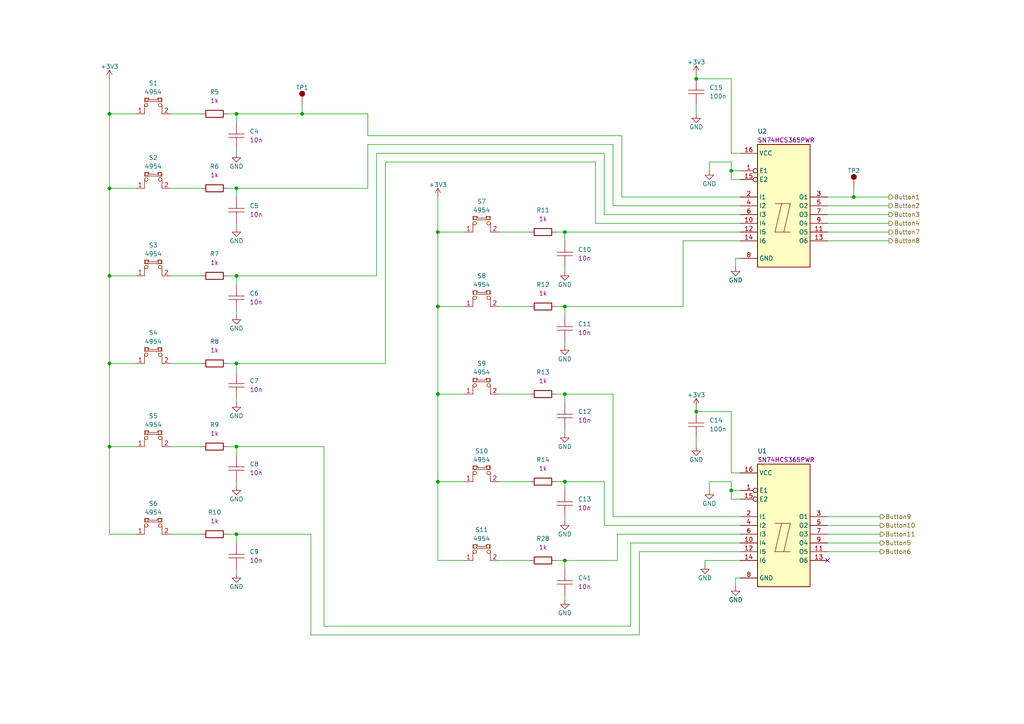
<source format=kicad_sch>
(kicad_sch (version 20230121) (generator eeschema)
  (paper "A4")
  (title_block (title "Programmable Keyboard") (date "2023-10-19") (rev "1.0") (company "Kallio Designs Oy") (comment 1 "TL, NH") (comment 3 "PCB_PN"))
  (lib_symbols
    (symbol "KD_Capacitor:C_0603_100n_X7R_50V" (pin_numbers hide) (pin_names hide)
      (property "Reference" "C" (at 2.54 1.27 0))
      (property "Value" "100n" (at 2.54 -1.27 0))
      (symbol "C_0603_100n_X7R_50V_0_1"
        (polyline (pts (xy -2.286 -0.508) (xy 2.286 -0.508)))
        (polyline (pts (xy -2.286 0.508) (xy 2.286 0.508)))
        (polyline (pts (xy 0 -0.508) (xy 0 -1.016)))
        (polyline (pts (xy 0 0.508) (xy 0 1.016)))
      )
      (symbol "C_0603_100n_X7R_50V_1_1"
        (pin passive line (at 0 3.81 270) (length 2.794) (name "~") (number "1"))
        (pin passive line (at 0 -3.81 90) (length 2.794) (name "~") (number "2"))
      )
    )
    (symbol "KD_Capacitor:C_0603_10n_X7R_100V" (pin_numbers hide) (pin_names hide)
      (property "Reference" "C" (at 2.54 1.27 0))
      (property "Code" "10n" (at 2.54 -1.27 0))
      (symbol "C_0603_10n_X7R_100V_0_1"
        (polyline (pts (xy -2.286 -0.508) (xy 2.286 -0.508)))
        (polyline (pts (xy -2.286 0.508) (xy 2.286 0.508)))
        (polyline (pts (xy 0 -0.508) (xy 0 -1.016)))
        (polyline (pts (xy 0 0.508) (xy 0 1.016)))
      )
      (symbol "C_0603_10n_X7R_100V_1_1"
        (pin passive line (at 0 3.81 270) (length 2.794) (name "~") (number "1"))
        (pin passive line (at 0 -3.81 90) (length 2.794) (name "~") (number "2"))
      )
    )
    (symbol "KD_Connector_Pads:TestPoint_2.5mm_H0.9" (pin_numbers hide) (pin_names hide)
      (property "Reference" "TP" (at 0 5.08 0))
      (symbol "TestPoint_2.5mm_H0.9_0_1"
        (circle (center 0 3.302) (radius 0.762) (fill (type outline)))
      )
      (symbol "TestPoint_2.5mm_H0.9_1_1"
        (pin passive line (at 0 0 90) (length 2.54) (name "1") (number "1"))
      )
    )
    (symbol "KD_IC_Buffer_Driver_Interface:Schmitt_6CH_SN74HCS365PWR"
      (property "Reference" "U" (at 5.08 6.35 0))
      (property "Code" "SN74HCS365PWR" (at 5.08 3.81 0))
      (symbol "Schmitt_6CH_SN74HCS365PWR_0_1"
        (polyline (pts (xy 10.16 -22.86) (xy 14.605 -22.86)))
        (polyline (pts (xy 10.16 -14.605) (xy 14.605 -14.605)))
        (polyline (pts (xy 12.065 -14.605) (xy 10.16 -22.86)))
        (polyline (pts (xy 14.605 -14.605) (xy 12.7 -22.86)))
      )
      (symbol "Schmitt_6CH_SN74HCS365PWR_1_0"
        (pin input inverted (at 0 -5.08 0) (length 5.08) (name "E1") (number "1"))
        (pin input line (at 0 -20.32 0) (length 5.08) (name "I4") (number "10"))
        (pin tri_state line (at 25.4 -22.86 180) (length 5.08) (name "O5") (number "11"))
        (pin input line (at 0 -22.86 0) (length 5.08) (name "I5") (number "12"))
        (pin tri_state line (at 25.4 -25.4 180) (length 5.08) (name "O6") (number "13"))
        (pin input line (at 0 -25.4 0) (length 5.08) (name "I6") (number "14"))
        (pin input inverted (at 0 -7.62 0) (length 5.08) (name "E2") (number "15"))
        (pin power_in line (at 0 0 0) (length 5.08) (name "VCC") (number "16"))
        (pin input line (at 0 -12.7 0) (length 5.08) (name "I1") (number "2"))
        (pin tri_state line (at 25.4 -12.7 180) (length 5.08) (name "O1") (number "3"))
        (pin input line (at 0 -15.24 0) (length 5.08) (name "I2") (number "4"))
        (pin tri_state line (at 25.4 -15.24 180) (length 5.08) (name "O2") (number "5"))
        (pin input line (at 0 -17.78 0) (length 5.08) (name "I3") (number "6"))
        (pin tri_state line (at 25.4 -17.78 180) (length 5.08) (name "O3") (number "7"))
        (pin power_in line (at 0 -30.48 0) (length 5.08) (name "GND") (number "8"))
        (pin tri_state line (at 25.4 -20.32 180) (length 5.08) (name "O4") (number "9"))
      )
      (symbol "Schmitt_6CH_SN74HCS365PWR_1_1"
        (rectangle (start 5.08 2.54) (end 20.32 -33.02) (stroke (width 0.254)) (fill (type background)))
      )
    )
    (symbol "KD_Resistor:R_0603_1k_1%" (pin_numbers hide) (pin_names hide)
      (property "Reference" "R" (at 1.905 1.27 0))
      (property "Code" "1k" (at 1.905 -1.27 0))
      (symbol "R_0603_1k_1%_0_1"
        (rectangle (start -1.016 -2.54) (end 1.016 2.54) (stroke (width 0.254)))
      )
      (symbol "R_0603_1k_1%_1_1"
        (pin passive line (at 0 3.81 270) (length 1.27) (name "~") (number "1"))
        (pin passive line (at 0 -3.81 90) (length 1.27) (name "~") (number "2"))
      )
    )
    (symbol "KD_Switch:Button_keyboard_socket_Adafruit_4958" (pin_names hide)
      (property "Reference" "S" (at 0 3.81 0))
      (property "Value" "4954" (at 0 -5.08 0))
      (symbol "Button_keyboard_socket_Adafruit_4958_0_1"
        (polyline (pts (xy -2.54 -2.54) (xy -2.54 0)))
        (polyline (pts (xy -2.54 1.016) (xy 2.54 1.016)))
        (polyline (pts (xy 2.54 0) (xy 2.54 -2.54)))
        (polyline (pts (xy -2.54 1.016) (xy -2.54 2.032) (xy -1.27 2.032) (xy -1.27 1.524) (xy 0 1.524)))
        (polyline (pts (xy 2.54 1.016) (xy 2.54 2.032) (xy 1.27 2.032) (xy 1.27 1.524) (xy 0 1.524)))
      )
      (symbol "Button_keyboard_socket_Adafruit_4958_1_1"
        (rectangle (start -2.286 2.032) (end -1.524 1.016) (fill (type background)))
        (circle (center -2.032 0) (radius 0.508) (fill (type background)))
        (rectangle (start 1.524 2.032) (end 2.286 1.016) (fill (type background)))
        (circle (center 2.032 0) (radius 0.508) (fill (type background)))
        (pin passive line (at -5.08 -2.54 0) (length 2.54) (name "1") (number "1"))
        (pin passive line (at 5.08 -2.54 180) (length 2.54) (name "2") (number "2"))
      )
    )
    (symbol "power:+3V3" (power) (pin_names (offset 0))
      (property "Value" "+3V3" (at 0 3.556 0))
      (symbol "+3V3_0_1"
        (polyline (pts (xy -0.762 1.27) (xy 0 2.54)))
        (polyline (pts (xy 0 0) (xy 0 2.54)))
        (polyline (pts (xy 0 2.54) (xy 0.762 1.27)))
      )
      (symbol "+3V3_1_1"
        (pin power_in line (at 0 0 90) (length 0) hide (name "+3V3") (number "1"))
      )
    )
    (symbol "power:GND" (power) (pin_names (offset 0))
      (property "Value" "GND" (at 0 -3.81 0))
      (symbol "GND_0_1"
        (polyline (pts (xy 0 0) (xy 0 -1.27) (xy 1.27 -1.27) (xy 0 -2.54) (xy -1.27 -1.27) (xy 0 -1.27)))
      )
      (symbol "GND_1_1"
        (pin power_in line (at 0 0 270) (length 0) hide (name "GND") (number "1"))
      )
    )
  )
  (junction (at 127 67.31))
  (junction (at 68.58 33.02))
  (junction (at 201.93 119.38))
  (junction (at 127 139.7))
  (junction (at 68.58 80.01))
  (junction (at 87.63 33.02))
  (junction (at 163.83 139.7))
  (junction (at 31.75 33.02))
  (junction (at 68.58 105.41))
  (junction (at 212.09 49.53))
  (junction (at 163.83 114.3))
  (junction (at 212.09 142.24))
  (junction (at 31.75 80.01))
  (junction (at 68.58 154.94))
  (junction (at 68.58 129.54))
  (junction (at 163.83 67.31))
  (junction (at 247.65 57.15))
  (junction (at 68.58 54.61))
  (junction (at 201.93 22.86))
  (junction (at 127 88.9))
  (junction (at 163.83 88.9))
  (junction (at 31.75 129.54))
  (junction (at 163.83 162.56))
  (junction (at 31.75 105.41))
  (junction (at 127 114.3))
  (junction (at 31.75 54.61))
  (no_connect (at 240.03 162.56))
  (wire (pts (xy 31.75 105.41) (xy 39.37 105.41)))
  (wire (pts (xy 163.83 125.73) (xy 163.83 124.46)))
  (wire (pts (xy 68.58 140.97) (xy 68.58 139.7)))
  (wire (pts (xy 31.75 54.61) (xy 39.37 54.61)))
  (wire (pts (xy 68.58 116.84) (xy 68.58 115.57)))
  (wire (pts (xy 127 57.15) (xy 127 67.31)))
  (wire (pts (xy 93.98 181.61) (xy 182.88 181.61)))
  (wire (pts (xy 185.42 184.15) (xy 90.17 184.15)))
  (wire (pts (xy 127 162.56) (xy 134.62 162.56)))
  (wire (pts (xy 66.04 54.61) (xy 68.58 54.61)))
  (wire (pts (xy 177.8 149.86) (xy 214.63 149.86)))
  (wire (pts (xy 198.12 69.85) (xy 214.63 69.85)))
  (wire (pts (xy 49.53 154.94) (xy 58.42 154.94)))
  (wire (pts (xy 68.58 33.02) (xy 87.63 33.02)))
  (wire (pts (xy 163.83 114.3) (xy 163.83 116.84)))
  (wire (pts (xy 163.83 151.13) (xy 163.83 149.86)))
  (wire (pts (xy 179.07 154.94) (xy 179.07 162.56)))
  (wire (pts (xy 163.83 162.56) (xy 179.07 162.56)))
  (wire (pts (xy 201.93 118.11) (xy 201.93 119.38)))
  (wire (pts (xy 68.58 91.44) (xy 68.58 90.17)))
  (wire (pts (xy 212.09 144.78) (xy 212.09 142.24)))
  (wire (pts (xy 109.22 44.45) (xy 109.22 80.01)))
  (wire (pts (xy 31.75 129.54) (xy 39.37 129.54)))
  (wire (pts (xy 214.63 52.07) (xy 212.09 52.07)))
  (wire (pts (xy 212.09 119.38) (xy 212.09 137.16)))
  (wire (pts (xy 240.03 152.4) (xy 255.27 152.4)))
  (wire (pts (xy 240.03 160.02) (xy 255.27 160.02)))
  (wire (pts (xy 163.83 139.7) (xy 163.83 142.24)))
  (wire (pts (xy 49.53 129.54) (xy 58.42 129.54)))
  (wire (pts (xy 144.78 139.7) (xy 153.67 139.7)))
  (wire (pts (xy 177.8 41.91) (xy 177.8 59.69)))
  (wire (pts (xy 240.03 62.23) (xy 257.81 62.23)))
  (wire (pts (xy 68.58 54.61) (xy 68.58 57.15)))
  (wire (pts (xy 106.68 54.61) (xy 68.58 54.61)))
  (wire (pts (xy 161.29 88.9) (xy 163.83 88.9)))
  (wire (pts (xy 31.75 80.01) (xy 31.75 105.41)))
  (wire (pts (xy 68.58 66.04) (xy 68.58 64.77)))
  (wire (pts (xy 93.98 129.54) (xy 93.98 181.61)))
  (wire (pts (xy 68.58 80.01) (xy 68.58 82.55)))
  (wire (pts (xy 66.04 33.02) (xy 68.58 33.02)))
  (wire (pts (xy 87.63 33.02) (xy 106.68 33.02)))
  (wire (pts (xy 212.09 49.53) (xy 212.09 46.99)))
  (wire (pts (xy 161.29 114.3) (xy 163.83 114.3)))
  (wire (pts (xy 31.75 33.02) (xy 39.37 33.02)))
  (wire (pts (xy 163.83 162.56) (xy 163.83 165.1)))
  (wire (pts (xy 213.36 167.64) (xy 213.36 170.18)))
  (wire (pts (xy 240.03 59.69) (xy 257.81 59.69)))
  (wire (pts (xy 66.04 80.01) (xy 68.58 80.01)))
  (wire (pts (xy 172.72 46.99) (xy 172.72 64.77)))
  (wire (pts (xy 177.8 114.3) (xy 177.8 149.86)))
  (wire (pts (xy 127 88.9) (xy 127 114.3)))
  (wire (pts (xy 111.76 105.41) (xy 68.58 105.41)))
  (wire (pts (xy 180.34 39.37) (xy 180.34 57.15)))
  (wire (pts (xy 212.09 142.24) (xy 214.63 142.24)))
  (wire (pts (xy 127 139.7) (xy 134.62 139.7)))
  (wire (pts (xy 66.04 154.94) (xy 68.58 154.94)))
  (wire (pts (xy 212.09 137.16) (xy 214.63 137.16)))
  (wire (pts (xy 212.09 46.99) (xy 205.74 46.99)))
  (wire (pts (xy 212.09 44.45) (xy 214.63 44.45)))
  (wire (pts (xy 68.58 166.37) (xy 68.58 165.1)))
  (wire (pts (xy 240.03 149.86) (xy 255.27 149.86)))
  (wire (pts (xy 127 67.31) (xy 127 88.9)))
  (wire (pts (xy 127 88.9) (xy 134.62 88.9)))
  (wire (pts (xy 68.58 129.54) (xy 68.58 132.08)))
  (wire (pts (xy 68.58 129.54) (xy 93.98 129.54)))
  (wire (pts (xy 214.63 59.69) (xy 177.8 59.69)))
  (wire (pts (xy 175.26 139.7) (xy 163.83 139.7)))
  (wire (pts (xy 106.68 33.02) (xy 106.68 39.37)))
  (wire (pts (xy 144.78 67.31) (xy 153.67 67.31)))
  (wire (pts (xy 185.42 160.02) (xy 214.63 160.02)))
  (wire (pts (xy 214.63 167.64) (xy 213.36 167.64)))
  (wire (pts (xy 172.72 64.77) (xy 214.63 64.77)))
  (wire (pts (xy 68.58 33.02) (xy 68.58 35.56)))
  (wire (pts (xy 49.53 80.01) (xy 58.42 80.01)))
  (wire (pts (xy 201.93 21.59) (xy 201.93 22.86)))
  (wire (pts (xy 214.63 62.23) (xy 175.26 62.23)))
  (wire (pts (xy 179.07 154.94) (xy 214.63 154.94)))
  (wire (pts (xy 175.26 44.45) (xy 175.26 62.23)))
  (wire (pts (xy 163.83 88.9) (xy 198.12 88.9)))
  (wire (pts (xy 201.93 119.38) (xy 212.09 119.38)))
  (wire (pts (xy 90.17 184.15) (xy 90.17 154.94)))
  (wire (pts (xy 247.65 57.15) (xy 257.81 57.15)))
  (wire (pts (xy 68.58 44.45) (xy 68.58 43.18)))
  (wire (pts (xy 212.09 139.7) (xy 205.74 139.7)))
  (wire (pts (xy 205.74 46.99) (xy 205.74 49.53)))
  (wire (pts (xy 163.83 67.31) (xy 163.83 69.85)))
  (wire (pts (xy 185.42 160.02) (xy 185.42 184.15)))
  (wire (pts (xy 240.03 69.85) (xy 257.81 69.85)))
  (wire (pts (xy 214.63 162.56) (xy 204.47 162.56)))
  (wire (pts (xy 31.75 22.86) (xy 31.75 33.02)))
  (wire (pts (xy 161.29 67.31) (xy 163.83 67.31)))
  (wire (pts (xy 240.03 64.77) (xy 257.81 64.77)))
  (wire (pts (xy 66.04 105.41) (xy 68.58 105.41)))
  (wire (pts (xy 201.93 22.86) (xy 212.09 22.86)))
  (wire (pts (xy 127 67.31) (xy 134.62 67.31)))
  (wire (pts (xy 212.09 52.07) (xy 212.09 49.53)))
  (wire (pts (xy 111.76 46.99) (xy 172.72 46.99)))
  (wire (pts (xy 201.93 129.54) (xy 201.93 127)))
  (wire (pts (xy 161.29 139.7) (xy 163.83 139.7)))
  (wire (pts (xy 163.83 114.3) (xy 177.8 114.3)))
  (wire (pts (xy 213.36 74.93) (xy 213.36 77.47)))
  (wire (pts (xy 87.63 30.48) (xy 87.63 33.02)))
  (wire (pts (xy 163.83 88.9) (xy 163.83 91.44)))
  (wire (pts (xy 240.03 154.94) (xy 255.27 154.94)))
  (wire (pts (xy 240.03 157.48) (xy 255.27 157.48)))
  (wire (pts (xy 161.29 162.56) (xy 163.83 162.56)))
  (wire (pts (xy 106.68 39.37) (xy 180.34 39.37)))
  (wire (pts (xy 90.17 154.94) (xy 68.58 154.94)))
  (wire (pts (xy 204.47 162.56) (xy 204.47 163.83)))
  (wire (pts (xy 177.8 41.91) (xy 106.68 41.91)))
  (wire (pts (xy 127 114.3) (xy 134.62 114.3)))
  (wire (pts (xy 31.75 129.54) (xy 31.75 154.94)))
  (wire (pts (xy 214.63 57.15) (xy 180.34 57.15)))
  (wire (pts (xy 201.93 33.02) (xy 201.93 30.48)))
  (wire (pts (xy 212.09 22.86) (xy 212.09 44.45)))
  (wire (pts (xy 106.68 41.91) (xy 106.68 54.61)))
  (wire (pts (xy 205.74 139.7) (xy 205.74 142.24)))
  (wire (pts (xy 109.22 44.45) (xy 175.26 44.45)))
  (wire (pts (xy 31.75 54.61) (xy 31.75 80.01)))
  (wire (pts (xy 175.26 152.4) (xy 214.63 152.4)))
  (wire (pts (xy 175.26 152.4) (xy 175.26 139.7)))
  (wire (pts (xy 68.58 105.41) (xy 68.58 107.95)))
  (wire (pts (xy 66.04 129.54) (xy 68.58 129.54)))
  (wire (pts (xy 31.75 105.41) (xy 31.75 129.54)))
  (wire (pts (xy 127 114.3) (xy 127 139.7)))
  (wire (pts (xy 31.75 154.94) (xy 39.37 154.94)))
  (wire (pts (xy 163.83 100.33) (xy 163.83 99.06)))
  (wire (pts (xy 49.53 105.41) (xy 58.42 105.41)))
  (wire (pts (xy 198.12 88.9) (xy 198.12 69.85)))
  (wire (pts (xy 49.53 54.61) (xy 58.42 54.61)))
  (wire (pts (xy 49.53 33.02) (xy 58.42 33.02)))
  (wire (pts (xy 182.88 157.48) (xy 214.63 157.48)))
  (wire (pts (xy 68.58 154.94) (xy 68.58 157.48)))
  (wire (pts (xy 214.63 74.93) (xy 213.36 74.93)))
  (wire (pts (xy 163.83 67.31) (xy 214.63 67.31)))
  (wire (pts (xy 247.65 54.61) (xy 247.65 57.15)))
  (wire (pts (xy 163.83 78.74) (xy 163.83 77.47)))
  (wire (pts (xy 68.58 80.01) (xy 109.22 80.01)))
  (wire (pts (xy 31.75 80.01) (xy 39.37 80.01)))
  (wire (pts (xy 144.78 114.3) (xy 153.67 114.3)))
  (wire (pts (xy 163.83 173.99) (xy 163.83 172.72)))
  (wire (pts (xy 31.75 33.02) (xy 31.75 54.61)))
  (wire (pts (xy 212.09 49.53) (xy 214.63 49.53)))
  (wire (pts (xy 111.76 46.99) (xy 111.76 105.41)))
  (wire (pts (xy 240.03 67.31) (xy 257.81 67.31)))
  (wire (pts (xy 212.09 142.24) (xy 212.09 139.7)))
  (wire (pts (xy 144.78 162.56) (xy 153.67 162.56)))
  (wire (pts (xy 214.63 144.78) (xy 212.09 144.78)))
  (wire (pts (xy 182.88 181.61) (xy 182.88 157.48)))
  (wire (pts (xy 144.78 88.9) (xy 153.67 88.9)))
  (wire (pts (xy 127 139.7) (xy 127 162.56)))
  (wire (pts (xy 240.03 57.15) (xy 247.65 57.15)))
  (hierarchical_label "Button11" (shape output) (at 255.27 154.94 0))
  (hierarchical_label "Button1" (shape output) (at 257.81 57.15 0))
  (hierarchical_label "Button4" (shape output) (at 257.81 64.77 0))
  (hierarchical_label "Button3" (shape output) (at 257.81 62.23 0))
  (hierarchical_label "Button8" (shape output) (at 257.81 69.85 0))
  (hierarchical_label "Button7" (shape output) (at 257.81 67.31 0))
  (hierarchical_label "Button5" (shape output) (at 255.27 157.48 0))
  (hierarchical_label "Button6" (shape output) (at 255.27 160.02 0))
  (hierarchical_label "Button10" (shape output) (at 255.27 152.4 0))
  (hierarchical_label "Button2" (shape output) (at 257.81 59.69 0))
  (hierarchical_label "Button9" (shape output) (at 255.27 149.86 0))
  (symbol (lib_id "KD_Switch:Button_keyboard_socket_Adafruit_4958") (at 139.7 64.77 0) (unit 1)
    (property "Reference" "S7" (at 139.7 58.42 0))
    (property "Value" "4954" (at 139.7 60.96 0))
    (property "Footprint" "KD_Switch:SWITCH_BUTTON_Kailh_mx_socket" (effects hide))
    (property "Datasheet" "https://cdn-shop.adafruit.com/product-files/4954/4954_CPG1511F01S03-BOX_Brown.pdf" (effects hide))
    (property "Manufacturer" "Adafruit" (effects hide))
    (property "MFG_PartNo" "4954" (effects hide))
    (property "Supplier" "Digi-Key" (effects hide))
    (property "Supplier_PartNo" "1528-4954-ND" (effects hide))
    (property "DNP" "F" (effects hide))
    (property "Price" "0.5" (effects hide))
  )
  (symbol (lib_id "KD_Capacitor:C_0603_10n_X7R_100V") (at 68.58 111.76 0) (unit 1)
    (property "Reference" "C7" (at 72.39 110.49 0) (effects (justify left)))
    (property "Value" "10n" (effects hide))
    (property "Footprint" "KD_Capacitor:CAPC1608X90N" (effects hide))
    (property "Datasheet" "datasheet" (effects hide))
    (property "Code" "10n" (at 72.39 113.03 0) (effects (justify left)))
    (property "Manufacturer" "TDK Corporation" (effects hide))
    (property "MFG_PartNo" "C1608X7R2A103K080AA" (effects hide))
    (property "Supplier" "Digi-Key" (effects hide))
    (property "Supplier_PartNo" "445-1304-1-ND" (effects hide))
    (property "DNP" "F" (effects hide))
    (property "Price" "0.05" (effects hide))
  )
  (symbol (lib_id "power:+3V3") (at 31.75 22.86 0) (unit 1)
    (property "Reference" "#PWR060" (effects hide))
    (property "Value" "+3V3" (at 31.75 19.304 0))
    (instances (project "TPCOT" (path "" (reference "#PWR060") (unit 1))) (project "000018 PGKB" (path "" (reference "#PWR08") (unit 1))))
  )
  (symbol (lib_id "KD_Resistor:R_0603_1k_1%") (at 157.48 162.56 90) (unit 1)
    (property "Reference" "R28" (at 157.48 156.21 90))
    (property "Value" "1k" (effects hide))
    (property "Footprint" "KD_Resistor:RESC1608X55N" (effects hide))
    (property "Datasheet" "https://www.seielect.com/Catalog/SEI-RMCF_RMCP.pdf" (effects hide))
    (property "Code" "1k" (at 157.48 158.75 90))
    (property "Manufacturer" "Stackpole Electronics Inc" (effects hide))
    (property "MFG_PartNo" "RMCF0603JT1K00" (effects hide))
    (property "Supplier" "Digi-Key" (effects hide))
    (property "Supplier_PartNo" "RMCF0603JT1K00CT-ND" (effects hide))
    (property "DNP" "F" (effects hide))
    (property "Price" "0.01" (effects hide))
  )
  (symbol (lib_id "KD_Capacitor:C_0603_100n_X7R_50V") (at 201.93 26.67 0) (unit 1)
    (property "Reference" "C15" (at 205.74 25.4 0) (effects (justify left)))
    (property "Value" "100n" (at 205.74 27.94 0) (effects (justify left)))
    (property "Footprint" "KD_Capacitor:CAPC1608X90N" (effects hide))
    (property "Datasheet" "https://mm.digikey.com/Volume0/opasdata/d220001/medias/docus/658/CL10B104KB8NNWC_Spec.pdf" (effects hide))
    (property "Manufacturer" "Samsung" (effects hide))
    (property "MFG_PartNo" "CL10B104KB8NNWC" (effects hide))
    (property "Supplier" "Digi-Key" (effects hide))
    (property "Supplier_PartNo" "1276-1935-1-ND" (effects hide))
    (property "DNP" "F" (effects hide))
    (property "Price" "0.01" (effects hide))
  )
  (symbol (lib_id "KD_Capacitor:C_0603_10n_X7R_100V") (at 163.83 146.05 0) (unit 1)
    (property "Reference" "C13" (at 167.64 144.78 0) (effects (justify left)))
    (property "Value" "10n" (effects hide))
    (property "Footprint" "KD_Capacitor:CAPC1608X90N" (effects hide))
    (property "Datasheet" "datasheet" (effects hide))
    (property "Code" "10n" (at 167.64 147.32 0) (effects (justify left)))
    (property "Manufacturer" "TDK Corporation" (effects hide))
    (property "MFG_PartNo" "C1608X7R2A103K080AA" (effects hide))
    (property "Supplier" "Digi-Key" (effects hide))
    (property "Supplier_PartNo" "445-1304-1-ND" (effects hide))
    (property "DNP" "F" (effects hide))
    (property "Price" "0.05" (effects hide))
  )
  (symbol (lib_id "KD_Resistor:R_0603_1k_1%") (at 62.23 105.41 90) (unit 1)
    (property "Reference" "R8" (at 62.23 99.06 90))
    (property "Value" "1k" (effects hide))
    (property "Footprint" "KD_Resistor:RESC1608X55N" (effects hide))
    (property "Datasheet" "https://www.seielect.com/Catalog/SEI-RMCF_RMCP.pdf" (effects hide))
    (property "Code" "1k" (at 62.23 101.6 90))
    (property "Manufacturer" "Stackpole Electronics Inc" (effects hide))
    (property "MFG_PartNo" "RMCF0603JT1K00" (effects hide))
    (property "Supplier" "Digi-Key" (effects hide))
    (property "Supplier_PartNo" "RMCF0603JT1K00CT-ND" (effects hide))
    (property "DNP" "F" (effects hide))
    (property "Price" "0.01" (effects hide))
  )
  (symbol (lib_id "KD_Capacitor:C_0603_10n_X7R_100V") (at 68.58 86.36 0) (unit 1)
    (property "Reference" "C6" (at 72.39 85.09 0) (effects (justify left)))
    (property "Value" "10n" (effects hide))
    (property "Footprint" "KD_Capacitor:CAPC1608X90N" (effects hide))
    (property "Datasheet" "datasheet" (effects hide))
    (property "Code" "10n" (at 72.39 87.63 0) (effects (justify left)))
    (property "Manufacturer" "TDK Corporation" (effects hide))
    (property "MFG_PartNo" "C1608X7R2A103K080AA" (effects hide))
    (property "Supplier" "Digi-Key" (effects hide))
    (property "Supplier_PartNo" "445-1304-1-ND" (effects hide))
    (property "DNP" "F" (effects hide))
    (property "Price" "0.05" (effects hide))
  )
  (symbol (lib_id "power:GND") (at 68.58 44.45 0) (unit 1)
    (property "Reference" "#PWR09" (effects hide))
    (property "Value" "GND" (at 68.58 48.26 0))
  )
  (symbol (lib_id "KD_Switch:Button_keyboard_socket_Adafruit_4958") (at 44.45 102.87 0) (unit 1)
    (property "Reference" "S4" (at 44.45 96.52 0))
    (property "Value" "4954" (at 44.45 99.06 0))
    (property "Footprint" "KD_Switch:SWITCH_BUTTON_Kailh_mx_socket" (effects hide))
    (property "Datasheet" "https://cdn-shop.adafruit.com/product-files/4954/4954_CPG1511F01S03-BOX_Brown.pdf" (effects hide))
    (property "Manufacturer" "Adafruit" (effects hide))
    (property "MFG_PartNo" "4954" (effects hide))
    (property "Supplier" "Digi-Key" (effects hide))
    (property "Supplier_PartNo" "1528-4954-ND" (effects hide))
    (property "DNP" "F" (effects hide))
    (property "Price" "0.5" (effects hide))
  )
  (symbol (lib_id "KD_Capacitor:C_0603_10n_X7R_100V") (at 68.58 135.89 0) (unit 1)
    (property "Reference" "C8" (at 72.39 134.62 0) (effects (justify left)))
    (property "Value" "10n" (effects hide))
    (property "Footprint" "KD_Capacitor:CAPC1608X90N" (effects hide))
    (property "Datasheet" "datasheet" (effects hide))
    (property "Code" "10n" (at 72.39 137.16 0) (effects (justify left)))
    (property "Manufacturer" "TDK Corporation" (effects hide))
    (property "MFG_PartNo" "C1608X7R2A103K080AA" (effects hide))
    (property "Supplier" "Digi-Key" (effects hide))
    (property "Supplier_PartNo" "445-1304-1-ND" (effects hide))
    (property "DNP" "F" (effects hide))
    (property "Price" "0.05" (effects hide))
  )
  (symbol (lib_id "KD_Resistor:R_0603_1k_1%") (at 62.23 33.02 90) (unit 1)
    (property "Reference" "R5" (at 62.23 26.67 90))
    (property "Value" "1k" (effects hide))
    (property "Footprint" "KD_Resistor:RESC1608X55N" (effects hide))
    (property "Datasheet" "https://www.seielect.com/Catalog/SEI-RMCF_RMCP.pdf" (effects hide))
    (property "Code" "1k" (at 62.23 29.21 90))
    (property "Manufacturer" "Stackpole Electronics Inc" (effects hide))
    (property "MFG_PartNo" "RMCF0603JT1K00" (effects hide))
    (property "Supplier" "Digi-Key" (effects hide))
    (property "Supplier_PartNo" "RMCF0603JT1K00CT-ND" (effects hide))
    (property "DNP" "F" (effects hide))
    (property "Price" "0.01" (effects hide))
  )
  (symbol (lib_id "KD_IC_Buffer_Driver_Interface:Schmitt_6CH_SN74HCS365PWR") (at 214.63 137.16 0) (unit 1)
    (property "Reference" "U1" (at 219.71 130.81 0) (effects (justify left)))
    (property "Value" "SN74HCS365PWR" (effects hide))
    (property "Footprint" "KD_Package_SO:SOP65P600X150-16N" (effects hide))
    (property "Datasheet" "https://www.ti.com/lit/ds/symlink/sn74hcs365.pdf" (effects hide))
    (property "Code" "SN74HCS365PWR" (at 219.71 133.35 0) (effects (justify left)))
    (property "Manufacturer" "Texas Instruments" (effects hide))
    (property "MFG_PartNo" "SN74HCS365PWR" (effects hide))
    (property "Supplier" "Digi-Key" (effects hide))
    (property "Supplier_PartNo" "296-SN74HCS365PWRCT-ND" (effects hide))
    (property "DNP" "F" (effects hide))
    (property "Price" "0.4" (effects hide))
  )
  (symbol (lib_id "power:GND") (at 201.93 129.54 0) (unit 1)
    (property "Reference" "#PWR021" (effects hide))
    (property "Value" "GND" (at 201.93 133.35 0))
  )
  (symbol (lib_id "KD_Switch:Button_keyboard_socket_Adafruit_4958") (at 44.45 77.47 0) (unit 1)
    (property "Reference" "S3" (at 44.45 71.12 0))
    (property "Value" "4954" (at 44.45 73.66 0))
    (property "Footprint" "KD_Switch:SWITCH_BUTTON_Kailh_mx_socket" (effects hide))
    (property "Datasheet" "https://cdn-shop.adafruit.com/product-files/4954/4954_CPG1511F01S03-BOX_Brown.pdf" (effects hide))
    (property "Manufacturer" "Adafruit" (effects hide))
    (property "MFG_PartNo" "4954" (effects hide))
    (property "Supplier" "Digi-Key" (effects hide))
    (property "Supplier_PartNo" "1528-4954-ND" (effects hide))
    (property "DNP" "F" (effects hide))
    (property "Price" "0.5" (effects hide))
  )
  (symbol (lib_id "KD_Switch:Button_keyboard_socket_Adafruit_4958") (at 44.45 152.4 0) (unit 1)
    (property "Reference" "S6" (at 44.45 146.05 0))
    (property "Value" "4954" (at 44.45 148.59 0))
    (property "Footprint" "KD_Switch:SWITCH_BUTTON_Kailh_mx_socket" (effects hide))
    (property "Datasheet" "https://cdn-shop.adafruit.com/product-files/4954/4954_CPG1511F01S03-BOX_Brown.pdf" (effects hide))
    (property "Manufacturer" "Adafruit" (effects hide))
    (property "MFG_PartNo" "4954" (effects hide))
    (property "Supplier" "Digi-Key" (effects hide))
    (property "Supplier_PartNo" "1528-4954-ND" (effects hide))
    (property "DNP" "F" (effects hide))
    (property "Price" "0.5" (effects hide))
  )
  (symbol (lib_id "power:GND") (at 163.83 151.13 0) (unit 1)
    (property "Reference" "#PWR019" (effects hide))
    (property "Value" "GND" (at 163.83 154.94 0))
  )
  (symbol (lib_id "KD_Switch:Button_keyboard_socket_Adafruit_4958") (at 139.7 160.02 0) (unit 1)
    (property "Reference" "S11" (at 139.7 153.67 0))
    (property "Value" "4954" (at 139.7 156.21 0))
    (property "Footprint" "KD_Switch:SWITCH_BUTTON_Kailh_mx_socket" (effects hide))
    (property "Datasheet" "https://cdn-shop.adafruit.com/product-files/4954/4954_CPG1511F01S03-BOX_Brown.pdf" (effects hide))
    (property "Manufacturer" "Adafruit" (effects hide))
    (property "MFG_PartNo" "4954" (effects hide))
    (property "Supplier" "Digi-Key" (effects hide))
    (property "Supplier_PartNo" "1528-4954-ND" (effects hide))
    (property "DNP" "F" (effects hide))
    (property "Price" "0.5" (effects hide))
  )
  (symbol (lib_id "power:+3V3") (at 127 57.15 0) (unit 1)
    (property "Reference" "#PWR060" (effects hide))
    (property "Value" "+3V3" (at 127 53.594 0))
    (instances (project "TPCOT" (path "" (reference "#PWR060") (unit 1))) (project "000018 PGKB" (path "" (reference "#PWR015") (unit 1))))
  )
  (symbol (lib_id "power:GND") (at 68.58 66.04 0) (unit 1)
    (property "Reference" "#PWR010" (effects hide))
    (property "Value" "GND" (at 68.58 69.85 0))
  )
  (symbol (lib_id "KD_Capacitor:C_0603_10n_X7R_100V") (at 68.58 60.96 0) (unit 1)
    (property "Reference" "C5" (at 72.39 59.69 0) (effects (justify left)))
    (property "Value" "10n" (effects hide))
    (property "Footprint" "KD_Capacitor:CAPC1608X90N" (effects hide))
    (property "Datasheet" "datasheet" (effects hide))
    (property "Code" "10n" (at 72.39 62.23 0) (effects (justify left)))
    (property "Manufacturer" "TDK Corporation" (effects hide))
    (property "MFG_PartNo" "C1608X7R2A103K080AA" (effects hide))
    (property "Supplier" "Digi-Key" (effects hide))
    (property "Supplier_PartNo" "445-1304-1-ND" (effects hide))
    (property "DNP" "F" (effects hide))
    (property "Price" "0.05" (effects hide))
  )
  (symbol (lib_id "KD_Resistor:R_0603_1k_1%") (at 62.23 154.94 90) (unit 1)
    (property "Reference" "R10" (at 62.23 148.59 90))
    (property "Value" "1k" (effects hide))
    (property "Footprint" "KD_Resistor:RESC1608X55N" (effects hide))
    (property "Datasheet" "https://www.seielect.com/Catalog/SEI-RMCF_RMCP.pdf" (effects hide))
    (property "Code" "1k" (at 62.23 151.13 90))
    (property "Manufacturer" "Stackpole Electronics Inc" (effects hide))
    (property "MFG_PartNo" "RMCF0603JT1K00" (effects hide))
    (property "Supplier" "Digi-Key" (effects hide))
    (property "Supplier_PartNo" "RMCF0603JT1K00CT-ND" (effects hide))
    (property "DNP" "F" (effects hide))
    (property "Price" "0.01" (effects hide))
  )
  (symbol (lib_id "power:GND") (at 163.83 78.74 0) (unit 1)
    (property "Reference" "#PWR016" (effects hide))
    (property "Value" "GND" (at 163.83 82.55 0))
  )
  (symbol (lib_id "KD_Capacitor:C_0603_10n_X7R_100V") (at 163.83 73.66 0) (unit 1)
    (property "Reference" "C10" (at 167.64 72.39 0) (effects (justify left)))
    (property "Value" "10n" (effects hide))
    (property "Footprint" "KD_Capacitor:CAPC1608X90N" (effects hide))
    (property "Datasheet" "datasheet" (effects hide))
    (property "Code" "10n" (at 167.64 74.93 0) (effects (justify left)))
    (property "Manufacturer" "TDK Corporation" (effects hide))
    (property "MFG_PartNo" "C1608X7R2A103K080AA" (effects hide))
    (property "Supplier" "Digi-Key" (effects hide))
    (property "Supplier_PartNo" "445-1304-1-ND" (effects hide))
    (property "DNP" "F" (effects hide))
    (property "Price" "0.05" (effects hide))
  )
  (symbol (lib_id "KD_Connector_Pads:TestPoint_2.5mm_H0.9") (at 87.63 30.48 0) (unit 1)
    (property "Reference" "TP1" (at 87.63 25.4 0))
    (property "Value" "TP D2.5 mm H0.9mm" (effects hide))
    (property "Footprint" "KD_Connector_Pads:TestPoint_Pad_D2.5mm_H0.9mm" (effects hide))
    (property "Datasheet" "DNP" (effects hide))
    (property "Code" "DNP" (effects hide))
    (property "Manufacturer" "DNP" (effects hide))
    (property "MFG_PartNo" "DNP" (effects hide))
    (property "Supplier" "DNP" (effects hide))
    (property "Supplier_PartNo" "DNP" (effects hide))
    (property "DNP" "T" (effects hide))
    (property "Price" "0.00" (effects hide))
  )
  (symbol (lib_id "power:+3V3") (at 201.93 21.59 0) (unit 1)
    (property "Reference" "#PWR060" (effects hide))
    (property "Value" "+3V3" (at 201.93 18.034 0))
    (instances (project "TPCOT" (path "" (reference "#PWR060") (unit 1))) (project "000018 PGKB" (path "" (reference "#PWR022") (unit 1))))
  )
  (symbol (lib_id "KD_Capacitor:C_0603_10n_X7R_100V") (at 163.83 95.25 0) (unit 1)
    (property "Reference" "C11" (at 167.64 93.98 0) (effects (justify left)))
    (property "Value" "10n" (effects hide))
    (property "Footprint" "KD_Capacitor:CAPC1608X90N" (effects hide))
    (property "Datasheet" "datasheet" (effects hide))
    (property "Code" "10n" (at 167.64 96.52 0) (effects (justify left)))
    (property "Manufacturer" "TDK Corporation" (effects hide))
    (property "MFG_PartNo" "C1608X7R2A103K080AA" (effects hide))
    (property "Supplier" "Digi-Key" (effects hide))
    (property "Supplier_PartNo" "445-1304-1-ND" (effects hide))
    (property "DNP" "F" (effects hide))
    (property "Price" "0.05" (effects hide))
  )
  (symbol (lib_id "KD_Capacitor:C_0603_10n_X7R_100V") (at 163.83 120.65 0) (unit 1)
    (property "Reference" "C12" (at 167.64 119.38 0) (effects (justify left)))
    (property "Value" "10n" (effects hide))
    (property "Footprint" "KD_Capacitor:CAPC1608X90N" (effects hide))
    (property "Datasheet" "datasheet" (effects hide))
    (property "Code" "10n" (at 167.64 121.92 0) (effects (justify left)))
    (property "Manufacturer" "TDK Corporation" (effects hide))
    (property "MFG_PartNo" "C1608X7R2A103K080AA" (effects hide))
    (property "Supplier" "Digi-Key" (effects hide))
    (property "Supplier_PartNo" "445-1304-1-ND" (effects hide))
    (property "DNP" "F" (effects hide))
    (property "Price" "0.05" (effects hide))
  )
  (symbol (lib_id "KD_Connector_Pads:TestPoint_2.5mm_H0.9") (at 247.65 54.61 0) (unit 1)
    (property "Reference" "TP2" (at 247.65 49.53 0))
    (property "Value" "TP D2.5 mm H0.9mm" (effects hide))
    (property "Footprint" "KD_Connector_Pads:TestPoint_Pad_D2.5mm_H0.9mm" (effects hide))
    (property "Datasheet" "DNP" (effects hide))
    (property "Code" "DNP" (effects hide))
    (property "Manufacturer" "DNP" (effects hide))
    (property "MFG_PartNo" "DNP" (effects hide))
    (property "Supplier" "DNP" (effects hide))
    (property "Supplier_PartNo" "DNP" (effects hide))
    (property "DNP" "T" (effects hide))
    (property "Price" "0.00" (effects hide))
  )
  (symbol (lib_id "KD_Resistor:R_0603_1k_1%") (at 62.23 129.54 90) (unit 1)
    (property "Reference" "R9" (at 62.23 123.19 90))
    (property "Value" "1k" (effects hide))
    (property "Footprint" "KD_Resistor:RESC1608X55N" (effects hide))
    (property "Datasheet" "https://www.seielect.com/Catalog/SEI-RMCF_RMCP.pdf" (effects hide))
    (property "Code" "1k" (at 62.23 125.73 90))
    (property "Manufacturer" "Stackpole Electronics Inc" (effects hide))
    (property "MFG_PartNo" "RMCF0603JT1K00" (effects hide))
    (property "Supplier" "Digi-Key" (effects hide))
    (property "Supplier_PartNo" "RMCF0603JT1K00CT-ND" (effects hide))
    (property "DNP" "F" (effects hide))
    (property "Price" "0.01" (effects hide))
  )
  (symbol (lib_id "power:GND") (at 205.74 142.24 0) (unit 1)
    (property "Reference" "#PWR025" (effects hide))
    (property "Value" "GND" (at 205.74 146.05 0))
  )
  (symbol (lib_id "power:GND") (at 68.58 116.84 0) (unit 1)
    (property "Reference" "#PWR012" (effects hide))
    (property "Value" "GND" (at 68.58 120.65 0))
  )
  (symbol (lib_id "power:GND") (at 163.83 125.73 0) (unit 1)
    (property "Reference" "#PWR018" (effects hide))
    (property "Value" "GND" (at 163.83 129.54 0))
  )
  (symbol (lib_id "KD_Resistor:R_0603_1k_1%") (at 62.23 54.61 90) (unit 1)
    (property "Reference" "R6" (at 62.23 48.26 90))
    (property "Value" "1k" (effects hide))
    (property "Footprint" "KD_Resistor:RESC1608X55N" (effects hide))
    (property "Datasheet" "https://www.seielect.com/Catalog/SEI-RMCF_RMCP.pdf" (effects hide))
    (property "Code" "1k" (at 62.23 50.8 90))
    (property "Manufacturer" "Stackpole Electronics Inc" (effects hide))
    (property "MFG_PartNo" "RMCF0603JT1K00" (effects hide))
    (property "Supplier" "Digi-Key" (effects hide))
    (property "Supplier_PartNo" "RMCF0603JT1K00CT-ND" (effects hide))
    (property "DNP" "F" (effects hide))
    (property "Price" "0.01" (effects hide))
  )
  (symbol (lib_id "KD_Switch:Button_keyboard_socket_Adafruit_4958") (at 44.45 30.48 0) (unit 1)
    (property "Reference" "S1" (at 44.45 24.13 0))
    (property "Value" "4954" (at 44.45 26.67 0))
    (property "Footprint" "KD_Switch:SWITCH_BUTTON_Kailh_mx_socket" (effects hide))
    (property "Datasheet" "https://cdn-shop.adafruit.com/product-files/4954/4954_CPG1511F01S03-BOX_Brown.pdf" (effects hide))
    (property "Manufacturer" "Adafruit" (effects hide))
    (property "MFG_PartNo" "4954" (effects hide))
    (property "Supplier" "Digi-Key" (effects hide))
    (property "Supplier_PartNo" "1528-4954-ND" (effects hide))
    (property "DNP" "F" (effects hide))
    (property "Price" "0.5" (effects hide))
  )
  (symbol (lib_id "power:+3V3") (at 201.93 118.11 0) (unit 1)
    (property "Reference" "#PWR060" (effects hide))
    (property "Value" "+3V3" (at 201.93 114.554 0))
    (instances (project "TPCOT" (path "" (reference "#PWR060") (unit 1))) (project "000018 PGKB" (path "" (reference "#PWR020") (unit 1))))
  )
  (symbol (lib_id "power:GND") (at 205.74 49.53 0) (unit 1)
    (property "Reference" "#PWR026" (effects hide))
    (property "Value" "GND" (at 205.74 53.34 0))
  )
  (symbol (lib_id "KD_Resistor:R_0603_1k_1%") (at 62.23 80.01 90) (unit 1)
    (property "Reference" "R7" (at 62.23 73.66 90))
    (property "Value" "1k" (effects hide))
    (property "Footprint" "KD_Resistor:RESC1608X55N" (effects hide))
    (property "Datasheet" "https://www.seielect.com/Catalog/SEI-RMCF_RMCP.pdf" (effects hide))
    (property "Code" "1k" (at 62.23 76.2 90))
    (property "Manufacturer" "Stackpole Electronics Inc" (effects hide))
    (property "MFG_PartNo" "RMCF0603JT1K00" (effects hide))
    (property "Supplier" "Digi-Key" (effects hide))
    (property "Supplier_PartNo" "RMCF0603JT1K00CT-ND" (effects hide))
    (property "DNP" "F" (effects hide))
    (property "Price" "0.01" (effects hide))
  )
  (symbol (lib_id "power:GND") (at 68.58 91.44 0) (unit 1)
    (property "Reference" "#PWR011" (effects hide))
    (property "Value" "GND" (at 68.58 95.25 0))
  )
  (symbol (lib_id "KD_Resistor:R_0603_1k_1%") (at 157.48 139.7 90) (unit 1)
    (property "Reference" "R14" (at 157.48 133.35 90))
    (property "Value" "1k" (effects hide))
    (property "Footprint" "KD_Resistor:RESC1608X55N" (effects hide))
    (property "Datasheet" "https://www.seielect.com/Catalog/SEI-RMCF_RMCP.pdf" (effects hide))
    (property "Code" "1k" (at 157.48 135.89 90))
    (property "Manufacturer" "Stackpole Electronics Inc" (effects hide))
    (property "MFG_PartNo" "RMCF0603JT1K00" (effects hide))
    (property "Supplier" "Digi-Key" (effects hide))
    (property "Supplier_PartNo" "RMCF0603JT1K00CT-ND" (effects hide))
    (property "DNP" "F" (effects hide))
    (property "Price" "0.01" (effects hide))
  )
  (symbol (lib_id "power:GND") (at 204.47 163.83 0) (unit 1)
    (property "Reference" "#PWR07" (effects hide))
    (property "Value" "GND" (at 204.47 167.64 0))
  )
  (symbol (lib_id "KD_Switch:Button_keyboard_socket_Adafruit_4958") (at 44.45 52.07 0) (unit 1)
    (property "Reference" "S2" (at 44.45 45.72 0))
    (property "Value" "4954" (at 44.45 48.26 0))
    (property "Footprint" "KD_Switch:SWITCH_BUTTON_Kailh_mx_socket" (effects hide))
    (property "Datasheet" "https://cdn-shop.adafruit.com/product-files/4954/4954_CPG1511F01S03-BOX_Brown.pdf" (effects hide))
    (property "Manufacturer" "Adafruit" (effects hide))
    (property "MFG_PartNo" "4954" (effects hide))
    (property "Supplier" "Digi-Key" (effects hide))
    (property "Supplier_PartNo" "1528-4954-ND" (effects hide))
    (property "DNP" "F" (effects hide))
    (property "Price" "0.5" (effects hide))
  )
  (symbol (lib_id "KD_Resistor:R_0603_1k_1%") (at 157.48 88.9 90) (unit 1)
    (property "Reference" "R12" (at 157.48 82.55 90))
    (property "Value" "1k" (effects hide))
    (property "Footprint" "KD_Resistor:RESC1608X55N" (effects hide))
    (property "Datasheet" "https://www.seielect.com/Catalog/SEI-RMCF_RMCP.pdf" (effects hide))
    (property "Code" "1k" (at 157.48 85.09 90))
    (property "Manufacturer" "Stackpole Electronics Inc" (effects hide))
    (property "MFG_PartNo" "RMCF0603JT1K00" (effects hide))
    (property "Supplier" "Digi-Key" (effects hide))
    (property "Supplier_PartNo" "RMCF0603JT1K00CT-ND" (effects hide))
    (property "DNP" "F" (effects hide))
    (property "Price" "0.01" (effects hide))
  )
  (symbol (lib_id "power:GND") (at 213.36 77.47 0) (unit 1)
    (property "Reference" "#PWR028" (effects hide))
    (property "Value" "GND" (at 213.36 81.28 0))
  )
  (symbol (lib_id "KD_Switch:Button_keyboard_socket_Adafruit_4958") (at 139.7 137.16 0) (unit 1)
    (property "Reference" "S10" (at 139.7 130.81 0))
    (property "Value" "4954" (at 139.7 133.35 0))
    (property "Footprint" "KD_Switch:SWITCH_BUTTON_Kailh_mx_socket" (effects hide))
    (property "Datasheet" "https://cdn-shop.adafruit.com/product-files/4954/4954_CPG1511F01S03-BOX_Brown.pdf" (effects hide))
    (property "Manufacturer" "Adafruit" (effects hide))
    (property "MFG_PartNo" "4954" (effects hide))
    (property "Supplier" "Digi-Key" (effects hide))
    (property "Supplier_PartNo" "1528-4954-ND" (effects hide))
    (property "DNP" "F" (effects hide))
    (property "Price" "0.5" (effects hide))
  )
  (symbol (lib_id "KD_Capacitor:C_0603_10n_X7R_100V") (at 163.83 168.91 0) (unit 1)
    (property "Reference" "C41" (at 167.64 167.64 0) (effects (justify left)))
    (property "Value" "10n" (effects hide))
    (property "Footprint" "KD_Capacitor:CAPC1608X90N" (effects hide))
    (property "Datasheet" "datasheet" (effects hide))
    (property "Code" "10n" (at 167.64 170.18 0) (effects (justify left)))
    (property "Manufacturer" "TDK Corporation" (effects hide))
    (property "MFG_PartNo" "C1608X7R2A103K080AA" (effects hide))
    (property "Supplier" "Digi-Key" (effects hide))
    (property "Supplier_PartNo" "445-1304-1-ND" (effects hide))
    (property "DNP" "F" (effects hide))
    (property "Price" "0.05" (effects hide))
  )
  (symbol (lib_id "power:GND") (at 213.36 170.18 0) (unit 1)
    (property "Reference" "#PWR027" (effects hide))
    (property "Value" "GND" (at 213.36 173.99 0))
  )
  (symbol (lib_id "power:GND") (at 163.83 100.33 0) (unit 1)
    (property "Reference" "#PWR017" (effects hide))
    (property "Value" "GND" (at 163.83 104.14 0))
  )
  (symbol (lib_id "KD_Capacitor:C_0603_10n_X7R_100V") (at 68.58 39.37 0) (unit 1)
    (property "Reference" "C4" (at 72.39 38.1 0) (effects (justify left)))
    (property "Value" "10n" (effects hide))
    (property "Footprint" "KD_Capacitor:CAPC1608X90N" (effects hide))
    (property "Datasheet" "datasheet" (effects hide))
    (property "Code" "10n" (at 72.39 40.64 0) (effects (justify left)))
    (property "Manufacturer" "TDK Corporation" (effects hide))
    (property "MFG_PartNo" "C1608X7R2A103K080AA" (effects hide))
    (property "Supplier" "Digi-Key" (effects hide))
    (property "Supplier_PartNo" "445-1304-1-ND" (effects hide))
    (property "DNP" "F" (effects hide))
    (property "Price" "0.05" (effects hide))
  )
  (symbol (lib_id "KD_Switch:Button_keyboard_socket_Adafruit_4958") (at 44.45 127 0) (unit 1)
    (property "Reference" "S5" (at 44.45 120.65 0))
    (property "Value" "4954" (at 44.45 123.19 0))
    (property "Footprint" "KD_Switch:SWITCH_BUTTON_Kailh_mx_socket" (effects hide))
    (property "Datasheet" "https://cdn-shop.adafruit.com/product-files/4954/4954_CPG1511F01S03-BOX_Brown.pdf" (effects hide))
    (property "Manufacturer" "Adafruit" (effects hide))
    (property "MFG_PartNo" "4954" (effects hide))
    (property "Supplier" "Digi-Key" (effects hide))
    (property "Supplier_PartNo" "1528-4954-ND" (effects hide))
    (property "DNP" "F" (effects hide))
    (property "Price" "0.5" (effects hide))
  )
  (symbol (lib_id "KD_Capacitor:C_0603_100n_X7R_50V") (at 201.93 123.19 0) (unit 1)
    (property "Reference" "C14" (at 205.74 121.92 0) (effects (justify left)))
    (property "Value" "100n" (at 205.74 124.46 0) (effects (justify left)))
    (property "Footprint" "KD_Capacitor:CAPC1608X90N" (effects hide))
    (property "Datasheet" "https://mm.digikey.com/Volume0/opasdata/d220001/medias/docus/658/CL10B104KB8NNWC_Spec.pdf" (effects hide))
    (property "Manufacturer" "Samsung" (effects hide))
    (property "MFG_PartNo" "CL10B104KB8NNWC" (effects hide))
    (property "Supplier" "Digi-Key" (effects hide))
    (property "Supplier_PartNo" "1276-1935-1-ND" (effects hide))
    (property "DNP" "F" (effects hide))
    (property "Price" "0.01" (effects hide))
  )
  (symbol (lib_id "KD_Switch:Button_keyboard_socket_Adafruit_4958") (at 139.7 86.36 0) (unit 1)
    (property "Reference" "S8" (at 139.7 80.01 0))
    (property "Value" "4954" (at 139.7 82.55 0))
    (property "Footprint" "KD_Switch:SWITCH_BUTTON_Kailh_mx_socket" (effects hide))
    (property "Datasheet" "https://cdn-shop.adafruit.com/product-files/4954/4954_CPG1511F01S03-BOX_Brown.pdf" (effects hide))
    (property "Manufacturer" "Adafruit" (effects hide))
    (property "MFG_PartNo" "4954" (effects hide))
    (property "Supplier" "Digi-Key" (effects hide))
    (property "Supplier_PartNo" "1528-4954-ND" (effects hide))
    (property "DNP" "F" (effects hide))
    (property "Price" "0.5" (effects hide))
  )
  (symbol (lib_id "KD_Resistor:R_0603_1k_1%") (at 157.48 67.31 90) (unit 1)
    (property "Reference" "R11" (at 157.48 60.96 90))
    (property "Value" "1k" (effects hide))
    (property "Footprint" "KD_Resistor:RESC1608X55N" (effects hide))
    (property "Datasheet" "https://www.seielect.com/Catalog/SEI-RMCF_RMCP.pdf" (effects hide))
    (property "Code" "1k" (at 157.48 63.5 90))
    (property "Manufacturer" "Stackpole Electronics Inc" (effects hide))
    (property "MFG_PartNo" "RMCF0603JT1K00" (effects hide))
    (property "Supplier" "Digi-Key" (effects hide))
    (property "Supplier_PartNo" "RMCF0603JT1K00CT-ND" (effects hide))
    (property "DNP" "F" (effects hide))
    (property "Price" "0.01" (effects hide))
  )
  (symbol (lib_id "power:GND") (at 163.83 173.99 0) (unit 1)
    (property "Reference" "#PWR038" (effects hide))
    (property "Value" "GND" (at 163.83 177.8 0))
  )
  (symbol (lib_id "KD_Resistor:R_0603_1k_1%") (at 157.48 114.3 90) (unit 1)
    (property "Reference" "R13" (at 157.48 107.95 90))
    (property "Value" "1k" (effects hide))
    (property "Footprint" "KD_Resistor:RESC1608X55N" (effects hide))
    (property "Datasheet" "https://www.seielect.com/Catalog/SEI-RMCF_RMCP.pdf" (effects hide))
    (property "Code" "1k" (at 157.48 110.49 90))
    (property "Manufacturer" "Stackpole Electronics Inc" (effects hide))
    (property "MFG_PartNo" "RMCF0603JT1K00" (effects hide))
    (property "Supplier" "Digi-Key" (effects hide))
    (property "Supplier_PartNo" "RMCF0603JT1K00CT-ND" (effects hide))
    (property "DNP" "F" (effects hide))
    (property "Price" "0.01" (effects hide))
  )
  (symbol (lib_id "power:GND") (at 201.93 33.02 0) (unit 1)
    (property "Reference" "#PWR023" (effects hide))
    (property "Value" "GND" (at 201.93 36.83 0))
  )
  (symbol (lib_id "power:GND") (at 68.58 140.97 0) (unit 1)
    (property "Reference" "#PWR013" (effects hide))
    (property "Value" "GND" (at 68.58 144.78 0))
  )
  (symbol (lib_id "KD_IC_Buffer_Driver_Interface:Schmitt_6CH_SN74HCS365PWR") (at 214.63 44.45 0) (unit 1)
    (property "Reference" "U2" (at 219.71 38.1 0) (effects (justify left)))
    (property "Value" "SN74HCS365PWR" (effects hide))
    (property "Footprint" "KD_Package_SO:SOP65P600X150-16N" (effects hide))
    (property "Datasheet" "https://www.ti.com/lit/ds/symlink/sn74hcs365.pdf" (effects hide))
    (property "Code" "SN74HCS365PWR" (at 219.71 40.64 0) (effects (justify left)))
    (property "Manufacturer" "Texas Instruments" (effects hide))
    (property "MFG_PartNo" "SN74HCS365PWR" (effects hide))
    (property "Supplier" "Digi-Key" (effects hide))
    (property "Supplier_PartNo" "296-SN74HCS365PWRCT-ND" (effects hide))
    (property "DNP" "F" (effects hide))
    (property "Price" "0.4" (effects hide))
  )
  (symbol (lib_id "KD_Switch:Button_keyboard_socket_Adafruit_4958") (at 139.7 111.76 0) (unit 1)
    (property "Reference" "S9" (at 139.7 105.41 0))
    (property "Value" "4954" (at 139.7 107.95 0))
    (property "Footprint" "KD_Switch:SWITCH_BUTTON_Kailh_mx_socket" (effects hide))
    (property "Datasheet" "https://cdn-shop.adafruit.com/product-files/4954/4954_CPG1511F01S03-BOX_Brown.pdf" (effects hide))
    (property "Manufacturer" "Adafruit" (effects hide))
    (property "MFG_PartNo" "4954" (effects hide))
    (property "Supplier" "Digi-Key" (effects hide))
    (property "Supplier_PartNo" "1528-4954-ND" (effects hide))
    (property "DNP" "F" (effects hide))
    (property "Price" "0.5" (effects hide))
  )
  (symbol (lib_id "power:GND") (at 68.58 166.37 0) (unit 1)
    (property "Reference" "#PWR014" (effects hide))
    (property "Value" "GND" (at 68.58 170.18 0))
  )
  (symbol (lib_id "KD_Capacitor:C_0603_10n_X7R_100V") (at 68.58 161.29 0) (unit 1)
    (property "Reference" "C9" (at 72.39 160.02 0) (effects (justify left)))
    (property "Value" "10n" (effects hide))
    (property "Footprint" "KD_Capacitor:CAPC1608X90N" (effects hide))
    (property "Datasheet" "datasheet" (effects hide))
    (property "Code" "10n" (at 72.39 162.56 0) (effects (justify left)))
    (property "Manufacturer" "TDK Corporation" (effects hide))
    (property "MFG_PartNo" "C1608X7R2A103K080AA" (effects hide))
    (property "Supplier" "Digi-Key" (effects hide))
    (property "Supplier_PartNo" "445-1304-1-ND" (effects hide))
    (property "DNP" "F" (effects hide))
    (property "Price" "0.05" (effects hide))
  )
)
</source>
